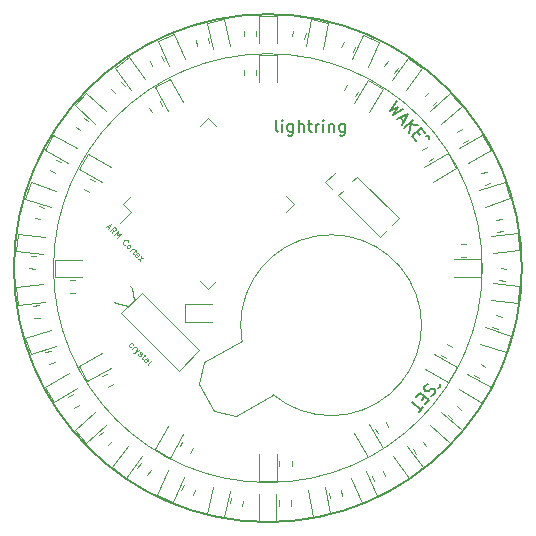
<source format=gbr>
%TF.GenerationSoftware,KiCad,Pcbnew,5.1.8-1.fc33*%
%TF.CreationDate,2020-12-06T10:48:02+01:00*%
%TF.ProjectId,lightring,6c696768-7472-4696-9e67-2e6b69636164,rev?*%
%TF.SameCoordinates,Original*%
%TF.FileFunction,Legend,Top*%
%TF.FilePolarity,Positive*%
%FSLAX46Y46*%
G04 Gerber Fmt 4.6, Leading zero omitted, Abs format (unit mm)*
G04 Created by KiCad (PCBNEW 5.1.8-1.fc33) date 2020-12-06 10:48:02*
%MOMM*%
%LPD*%
G01*
G04 APERTURE LIST*
%ADD10C,0.150000*%
%ADD11C,0.100000*%
%ADD12C,0.120000*%
%ADD13C,0.200000*%
G04 APERTURE END LIST*
D10*
X184610725Y-89841718D02*
X184597724Y-90079458D01*
X184365853Y-90133544D01*
X183525590Y-89801453D02*
X183397285Y-89880279D01*
X183244240Y-90062671D01*
X183219501Y-90166236D01*
X183225370Y-90233324D01*
X183267718Y-90331020D01*
X183340675Y-90392238D01*
X183444240Y-90416977D01*
X183511327Y-90411108D01*
X183609024Y-90368760D01*
X183767938Y-90253456D01*
X183865634Y-90211108D01*
X183932721Y-90205239D01*
X184036287Y-90229978D01*
X184109243Y-90291196D01*
X184151591Y-90388892D01*
X184157460Y-90455980D01*
X184132721Y-90559545D01*
X183979676Y-90741937D01*
X183851371Y-90820763D01*
X183247586Y-90873587D02*
X183033323Y-91128935D01*
X182540235Y-90901672D02*
X182846324Y-90536889D01*
X183612369Y-91179676D01*
X183306279Y-91544459D01*
X183122626Y-91763329D02*
X182755319Y-92201069D01*
X182172928Y-91339411D02*
X182938972Y-91982199D01*
X180904972Y-65876505D02*
X180321144Y-66722575D01*
X180979415Y-66386176D01*
X180576051Y-67005678D01*
X181478512Y-66513487D01*
X181170738Y-67239152D02*
X181489372Y-67593031D01*
X180894684Y-67359557D02*
X181860873Y-66938141D01*
X181340771Y-67854986D01*
X181563815Y-68102701D02*
X182306960Y-67433571D01*
X181946175Y-68527356D02*
X182084059Y-67826505D01*
X182689320Y-67858225D02*
X181882306Y-67815931D01*
X182622212Y-68495349D02*
X182845255Y-68743064D01*
X182551579Y-69199725D02*
X182232946Y-68845846D01*
X182976090Y-68176716D01*
X183294724Y-68530594D01*
X183415128Y-68806648D02*
X183648745Y-68852609D01*
X183670035Y-69089751D01*
D11*
X156401607Y-76419458D02*
X156569965Y-76587816D01*
X156266920Y-76486801D02*
X156738324Y-76251099D01*
X156502622Y-76722503D01*
X156822503Y-77042385D02*
X156873011Y-76756175D01*
X156620473Y-76840355D02*
X156974026Y-76486801D01*
X157108713Y-76621488D01*
X157125549Y-76671996D01*
X157125549Y-76705668D01*
X157108713Y-76756175D01*
X157058206Y-76806683D01*
X157007698Y-76823519D01*
X156974026Y-76823519D01*
X156923519Y-76806683D01*
X156788832Y-76671996D01*
X156974026Y-77193908D02*
X157327580Y-76840355D01*
X157192893Y-77210744D01*
X157563282Y-77076057D01*
X157209729Y-77429610D01*
X157883164Y-78035702D02*
X157849492Y-78035702D01*
X157782148Y-78002030D01*
X157748477Y-77968358D01*
X157714805Y-77901015D01*
X157714805Y-77833671D01*
X157731641Y-77783164D01*
X157782148Y-77698984D01*
X157832656Y-77648477D01*
X157916835Y-77597969D01*
X157967343Y-77581133D01*
X158034687Y-77581133D01*
X158102030Y-77614805D01*
X158135702Y-77648477D01*
X158169374Y-77715820D01*
X158169374Y-77749492D01*
X158051522Y-78271404D02*
X158034687Y-78220896D01*
X158034687Y-78187225D01*
X158051522Y-78136717D01*
X158152538Y-78035702D01*
X158203045Y-78018866D01*
X158236717Y-78018866D01*
X158287225Y-78035702D01*
X158337732Y-78086209D01*
X158354568Y-78136717D01*
X158354568Y-78170389D01*
X158337732Y-78220896D01*
X158236717Y-78321912D01*
X158186209Y-78338748D01*
X158152538Y-78338748D01*
X158102030Y-78321912D01*
X158051522Y-78271404D01*
X158320896Y-78540778D02*
X158556599Y-78305076D01*
X158489255Y-78372419D02*
X158539763Y-78355583D01*
X158573435Y-78355583D01*
X158623942Y-78372419D01*
X158657614Y-78406091D01*
X158724957Y-78473435D02*
X158859644Y-78608122D01*
X158893316Y-78406091D02*
X158590270Y-78709137D01*
X158573435Y-78759644D01*
X158590270Y-78810152D01*
X158623942Y-78843824D01*
X158893316Y-79079526D02*
X158842809Y-79062690D01*
X158775465Y-78995347D01*
X158758629Y-78944839D01*
X158775465Y-78894331D01*
X158910152Y-78759644D01*
X158960660Y-78742809D01*
X159011167Y-78759644D01*
X159078511Y-78826988D01*
X159095347Y-78877496D01*
X159078511Y-78928003D01*
X159044839Y-78961675D01*
X158842809Y-78826988D01*
X159011167Y-79231049D02*
X159432064Y-79180541D01*
X159246870Y-78995347D02*
X159196362Y-79416244D01*
X158400295Y-86686505D02*
X158349788Y-86669669D01*
X158282444Y-86602326D01*
X158265608Y-86551818D01*
X158265608Y-86518147D01*
X158282444Y-86467639D01*
X158383460Y-86366624D01*
X158433967Y-86349788D01*
X158467639Y-86349788D01*
X158518147Y-86366624D01*
X158585490Y-86433967D01*
X158602326Y-86484475D01*
X158534982Y-86854864D02*
X158770685Y-86619162D01*
X158703341Y-86686505D02*
X158753849Y-86669669D01*
X158787521Y-86669669D01*
X158838028Y-86686505D01*
X158871700Y-86720177D01*
X158955879Y-86804356D02*
X158804356Y-87124238D01*
X159124238Y-86972715D02*
X158804356Y-87124238D01*
X158686505Y-87174746D01*
X158652834Y-87174746D01*
X158602326Y-87157910D01*
X159023223Y-87309433D02*
X159040059Y-87359940D01*
X159107402Y-87427284D01*
X159157910Y-87444120D01*
X159208417Y-87427284D01*
X159225253Y-87410448D01*
X159242089Y-87359940D01*
X159225253Y-87309433D01*
X159174746Y-87258925D01*
X159157910Y-87208417D01*
X159174746Y-87157910D01*
X159191582Y-87141074D01*
X159242089Y-87124238D01*
X159292597Y-87141074D01*
X159343104Y-87191582D01*
X159359940Y-87242089D01*
X159494627Y-87343104D02*
X159629314Y-87477791D01*
X159662986Y-87275761D02*
X159359940Y-87578807D01*
X159343104Y-87629314D01*
X159359940Y-87679822D01*
X159393612Y-87713494D01*
X159662986Y-87982868D02*
X159848181Y-87797673D01*
X159865017Y-87747165D01*
X159848181Y-87696658D01*
X159780837Y-87629314D01*
X159730330Y-87612478D01*
X159679822Y-87966032D02*
X159629314Y-87949196D01*
X159545135Y-87865017D01*
X159528299Y-87814509D01*
X159545135Y-87764001D01*
X159578807Y-87730330D01*
X159629314Y-87713494D01*
X159679822Y-87730330D01*
X159764001Y-87814509D01*
X159814509Y-87831345D01*
X159881852Y-88201734D02*
X159865017Y-88151226D01*
X159881852Y-88100719D01*
X160184898Y-87797673D01*
D10*
X170838095Y-68452380D02*
X170742857Y-68404761D01*
X170695238Y-68309523D01*
X170695238Y-67452380D01*
X171219047Y-68452380D02*
X171219047Y-67785714D01*
X171219047Y-67452380D02*
X171171428Y-67500000D01*
X171219047Y-67547619D01*
X171266666Y-67500000D01*
X171219047Y-67452380D01*
X171219047Y-67547619D01*
X172123809Y-67785714D02*
X172123809Y-68595238D01*
X172076190Y-68690476D01*
X172028571Y-68738095D01*
X171933333Y-68785714D01*
X171790476Y-68785714D01*
X171695238Y-68738095D01*
X172123809Y-68404761D02*
X172028571Y-68452380D01*
X171838095Y-68452380D01*
X171742857Y-68404761D01*
X171695238Y-68357142D01*
X171647619Y-68261904D01*
X171647619Y-67976190D01*
X171695238Y-67880952D01*
X171742857Y-67833333D01*
X171838095Y-67785714D01*
X172028571Y-67785714D01*
X172123809Y-67833333D01*
X172600000Y-68452380D02*
X172600000Y-67452380D01*
X173028571Y-68452380D02*
X173028571Y-67928571D01*
X172980952Y-67833333D01*
X172885714Y-67785714D01*
X172742857Y-67785714D01*
X172647619Y-67833333D01*
X172600000Y-67880952D01*
X173361904Y-67785714D02*
X173742857Y-67785714D01*
X173504761Y-67452380D02*
X173504761Y-68309523D01*
X173552380Y-68404761D01*
X173647619Y-68452380D01*
X173742857Y-68452380D01*
X174076190Y-68452380D02*
X174076190Y-67785714D01*
X174076190Y-67976190D02*
X174123809Y-67880952D01*
X174171428Y-67833333D01*
X174266666Y-67785714D01*
X174361904Y-67785714D01*
X174695238Y-68452380D02*
X174695238Y-67785714D01*
X174695238Y-67452380D02*
X174647619Y-67500000D01*
X174695238Y-67547619D01*
X174742857Y-67500000D01*
X174695238Y-67452380D01*
X174695238Y-67547619D01*
X175171428Y-67785714D02*
X175171428Y-68452380D01*
X175171428Y-67880952D02*
X175219047Y-67833333D01*
X175314285Y-67785714D01*
X175457142Y-67785714D01*
X175552380Y-67833333D01*
X175600000Y-67928571D01*
X175600000Y-68452380D01*
X176504761Y-67785714D02*
X176504761Y-68595238D01*
X176457142Y-68690476D01*
X176409523Y-68738095D01*
X176314285Y-68785714D01*
X176171428Y-68785714D01*
X176076190Y-68738095D01*
X176504761Y-68404761D02*
X176409523Y-68452380D01*
X176219047Y-68452380D01*
X176123809Y-68404761D01*
X176076190Y-68357142D01*
X176028571Y-68261904D01*
X176028571Y-67976190D01*
X176076190Y-67880952D01*
X176123809Y-67833333D01*
X176219047Y-67785714D01*
X176409523Y-67785714D01*
X176504761Y-67833333D01*
D12*
X188152823Y-80000000D02*
G75*
G03*
X188152823Y-80000000I-18152823J0D01*
G01*
D13*
X191500000Y-80000000D02*
G75*
G03*
X191500000Y-80000000I-21500000J0D01*
G01*
D12*
%TO.C,BT1*%
X170442839Y-90729967D02*
X167281846Y-92554967D01*
X167281846Y-92554967D02*
X165437712Y-92060833D01*
X165437712Y-92060833D02*
X164137712Y-89809167D01*
X164137712Y-89809167D02*
X164631846Y-87965033D01*
X164631846Y-87965033D02*
X167792839Y-86140033D01*
X170447476Y-90711535D02*
G75*
G03*
X167817839Y-86183334I4905746J5876535D01*
G01*
%TO.C,D1*%
X170735000Y-60950000D02*
X170735000Y-58665000D01*
X169265000Y-58665000D02*
X169265000Y-60950000D01*
X170735000Y-58665000D02*
X169265000Y-58665000D01*
%TO.C,D2*%
X175127687Y-59250266D02*
X173689810Y-58944636D01*
X173689810Y-58944636D02*
X173214732Y-61179703D01*
X174652609Y-61485333D02*
X175127687Y-59250266D01*
%TO.C,D3*%
X178496067Y-62929788D02*
X179425460Y-60842336D01*
X178082548Y-60244434D02*
X177153155Y-62331885D01*
X179425460Y-60842336D02*
X178082548Y-60244434D01*
%TO.C,D4*%
X183067489Y-63080632D02*
X181878234Y-62216588D01*
X181878234Y-62216588D02*
X180535144Y-64065191D01*
X181724399Y-64929236D02*
X183067489Y-63080632D01*
%TO.C,D5*%
X184697295Y-67831516D02*
X186395381Y-66302552D01*
X185411759Y-65210130D02*
X183713673Y-66739093D01*
X186395381Y-66302552D02*
X185411759Y-65210130D01*
%TO.C,D6*%
X188903548Y-69994029D02*
X188168548Y-68720971D01*
X188168548Y-68720971D02*
X186189680Y-69863471D01*
X186924680Y-71136529D02*
X188903548Y-69994029D01*
%TO.C,D7*%
X188366282Y-74796240D02*
X190539446Y-74090136D01*
X190085191Y-72692083D02*
X187912027Y-73398187D01*
X190539446Y-74090136D02*
X190085191Y-72692083D01*
%TO.C,D8*%
X189031211Y-78714596D02*
X191303693Y-78475749D01*
X191150037Y-77013802D02*
X188877554Y-77252649D01*
X191303693Y-78475749D02*
X191150037Y-77013802D01*
%TO.C,D9*%
X191150037Y-82936198D02*
X191303693Y-81474251D01*
X191303693Y-81474251D02*
X189031211Y-81235404D01*
X188877554Y-82697351D02*
X191150037Y-82936198D01*
%TO.C,D10*%
X190135191Y-87107917D02*
X190589446Y-85709864D01*
X190589446Y-85709864D02*
X188416282Y-85003760D01*
X187962027Y-86401813D02*
X190135191Y-87107917D01*
%TO.C,D11*%
X188118548Y-91379029D02*
X188853548Y-90105971D01*
X188853548Y-90105971D02*
X186874680Y-88963471D01*
X186139680Y-90236529D02*
X188118548Y-91379029D01*
%TO.C,D12*%
X183713673Y-93310907D02*
X185411759Y-94839870D01*
X186395381Y-93747448D02*
X184697295Y-92218484D01*
X185411759Y-94839870D02*
X186395381Y-93747448D01*
%TO.C,D13*%
X180585144Y-95884809D02*
X181928234Y-97733412D01*
X183117489Y-96869368D02*
X181774399Y-95020764D01*
X181928234Y-97733412D02*
X183117489Y-96869368D01*
%TO.C,D14*%
X177932548Y-99855566D02*
X179275460Y-99257664D01*
X179275460Y-99257664D02*
X178346067Y-97170212D01*
X177003155Y-97768115D02*
X177932548Y-99855566D01*
%TO.C,D15*%
X173839810Y-101055364D02*
X175277687Y-100749734D01*
X175277687Y-100749734D02*
X174802609Y-98514667D01*
X173364732Y-98820297D02*
X173839810Y-101055364D01*
%TO.C,D16*%
X169215000Y-99100000D02*
X169215000Y-101385000D01*
X170685000Y-101385000D02*
X170685000Y-99100000D01*
X169215000Y-101385000D02*
X170685000Y-101385000D01*
%TO.C,D17*%
X165361121Y-98544376D02*
X164886043Y-100779443D01*
X166323920Y-101085073D02*
X166798998Y-98850006D01*
X164886043Y-100779443D02*
X166323920Y-101085073D01*
%TO.C,D18*%
X160624540Y-99207664D02*
X161967452Y-99805566D01*
X161967452Y-99805566D02*
X162896845Y-97718115D01*
X161553933Y-97120212D02*
X160624540Y-99207664D01*
%TO.C,D19*%
X158175601Y-95020764D02*
X156832511Y-96869368D01*
X158021766Y-97733412D02*
X159364856Y-95884809D01*
X156832511Y-96869368D02*
X158021766Y-97733412D01*
%TO.C,D20*%
X153654619Y-93747448D02*
X154638241Y-94839870D01*
X154638241Y-94839870D02*
X156336327Y-93310907D01*
X155352705Y-92218484D02*
X153654619Y-93747448D01*
%TO.C,D21*%
X153125320Y-88913471D02*
X151146452Y-90055971D01*
X151881452Y-91329029D02*
X153860320Y-90186529D01*
X151146452Y-90055971D02*
X151881452Y-91329029D01*
%TO.C,D22*%
X151633718Y-85203760D02*
X149460554Y-85909864D01*
X149914809Y-87307917D02*
X152087973Y-86601813D01*
X149460554Y-85909864D02*
X149914809Y-87307917D01*
%TO.C,D23*%
X148696307Y-81624251D02*
X148849963Y-83086198D01*
X148849963Y-83086198D02*
X151122446Y-82847351D01*
X150968789Y-81385404D02*
X148696307Y-81624251D01*
%TO.C,D24*%
X151109946Y-77352649D02*
X148837463Y-77113802D01*
X148683807Y-78575749D02*
X150956289Y-78814596D01*
X148837463Y-77113802D02*
X148683807Y-78575749D01*
%TO.C,D25*%
X149914809Y-72742083D02*
X149460554Y-74140136D01*
X149460554Y-74140136D02*
X151633718Y-74846240D01*
X152087973Y-73448187D02*
X149914809Y-72742083D01*
%TO.C,D26*%
X153810320Y-69863471D02*
X151831452Y-68720971D01*
X151096452Y-69994029D02*
X153075320Y-71136529D01*
X151831452Y-68720971D02*
X151096452Y-69994029D01*
%TO.C,D27*%
X154623468Y-65137070D02*
X153639846Y-66229492D01*
X153639846Y-66229492D02*
X155337932Y-67758456D01*
X156321554Y-66666033D02*
X154623468Y-65137070D01*
%TO.C,D28*%
X159564856Y-64015191D02*
X158221766Y-62166588D01*
X157032511Y-63030632D02*
X158375601Y-64879236D01*
X158221766Y-62166588D02*
X157032511Y-63030632D01*
%TO.C,D29*%
X162017452Y-60194434D02*
X160674540Y-60792336D01*
X160674540Y-60792336D02*
X161603933Y-62879788D01*
X162946845Y-62281885D02*
X162017452Y-60194434D01*
%TO.C,D30*%
X166310190Y-58944636D02*
X164872313Y-59250266D01*
X164872313Y-59250266D02*
X165347391Y-61485333D01*
X166785268Y-61179703D02*
X166310190Y-58944636D01*
%TO.C,D31*%
X170735000Y-61952500D02*
X169265000Y-61952500D01*
X169265000Y-61952500D02*
X169265000Y-64237500D01*
X170735000Y-64237500D02*
X170735000Y-61952500D01*
%TO.C,D32*%
X179735279Y-64813447D02*
X178462221Y-64078447D01*
X178462221Y-64078447D02*
X177319721Y-66057315D01*
X178592779Y-66792315D02*
X179735279Y-64813447D01*
%TO.C,D33*%
X183974680Y-72686529D02*
X185953548Y-71544029D01*
X185218548Y-70270971D02*
X183239680Y-71413471D01*
X185953548Y-71544029D02*
X185218548Y-70270971D01*
%TO.C,D34*%
X185750000Y-80735000D02*
X188035000Y-80735000D01*
X188035000Y-79265000D02*
X185750000Y-79265000D01*
X188035000Y-80735000D02*
X188035000Y-79265000D01*
%TO.C,D35*%
X185268548Y-89679029D02*
X186003548Y-88405971D01*
X186003548Y-88405971D02*
X184024680Y-87263471D01*
X183289680Y-88536529D02*
X185268548Y-89679029D01*
%TO.C,D36*%
X177313471Y-93974680D02*
X178455971Y-95953548D01*
X179729029Y-95218548D02*
X178586529Y-93239680D01*
X178455971Y-95953548D02*
X179729029Y-95218548D01*
%TO.C,D37*%
X169265000Y-98035000D02*
X170735000Y-98035000D01*
X170735000Y-98035000D02*
X170735000Y-95750000D01*
X169265000Y-95750000D02*
X169265000Y-98035000D01*
%TO.C,D38*%
X161563471Y-93339680D02*
X160420971Y-95318548D01*
X161694029Y-96053548D02*
X162836529Y-94074680D01*
X160420971Y-95318548D02*
X161694029Y-96053548D01*
%TO.C,D39*%
X153978447Y-88312221D02*
X154713447Y-89585279D01*
X154713447Y-89585279D02*
X156692315Y-88442779D01*
X155957315Y-87169721D02*
X153978447Y-88312221D01*
%TO.C,D40*%
X154250000Y-79315000D02*
X151965000Y-79315000D01*
X151965000Y-80785000D02*
X154250000Y-80785000D01*
X151965000Y-79315000D02*
X151965000Y-80785000D01*
%TO.C,D41*%
X154731452Y-70320971D02*
X153996452Y-71594029D01*
X153996452Y-71594029D02*
X155975320Y-72736529D01*
X156710320Y-71463471D02*
X154731452Y-70320971D01*
%TO.C,D42*%
X162836529Y-65925320D02*
X161694029Y-63946452D01*
X160420971Y-64681452D02*
X161563471Y-66660320D01*
X161694029Y-63946452D02*
X160420971Y-64681452D01*
%TO.C,R1*%
X167977500Y-59912742D02*
X167977500Y-60387258D01*
X169022500Y-59912742D02*
X169022500Y-60387258D01*
%TO.C,R2*%
X173188884Y-60133533D02*
X173090226Y-60597679D01*
X172166720Y-59916265D02*
X172068062Y-60380411D01*
%TO.C,R3*%
X177373829Y-61295774D02*
X177180826Y-61729266D01*
X176419174Y-60870734D02*
X176226171Y-61304226D01*
%TO.C,R4*%
X180131822Y-62468375D02*
X179852909Y-62852267D01*
X180977245Y-63082611D02*
X180698332Y-63466503D01*
%TO.C,R5*%
X184325938Y-65879537D02*
X183973304Y-66197050D01*
X183626696Y-65102950D02*
X183274062Y-65420463D01*
%TO.C,R6*%
X186429750Y-68241373D02*
X186018808Y-68478631D01*
X186952250Y-69146369D02*
X186541308Y-69383627D01*
%TO.C,R7*%
X188837107Y-72823610D02*
X188385816Y-72970244D01*
X188514184Y-71829756D02*
X188062893Y-71976390D01*
%TO.C,R8*%
X189781342Y-75855562D02*
X189309426Y-75905163D01*
X189890574Y-76894837D02*
X189418658Y-76944438D01*
%TO.C,R9*%
X190081342Y-81094438D02*
X189609426Y-81044837D01*
X190190574Y-80055163D02*
X189718658Y-80005562D01*
%TO.C,R10*%
X189787107Y-84126390D02*
X189335816Y-83979756D01*
X189464184Y-85120244D02*
X189012893Y-84973610D01*
%TO.C,R11*%
X187894221Y-89271127D02*
X187483279Y-89033869D01*
X188416721Y-88366131D02*
X188005779Y-88128873D01*
%TO.C,R12*%
X185626696Y-92747050D02*
X185274062Y-92429537D01*
X186325938Y-91970463D02*
X185973304Y-91652950D01*
%TO.C,R13*%
X183412168Y-95084828D02*
X183133255Y-94700936D01*
X182566745Y-95699064D02*
X182287832Y-95315172D01*
%TO.C,R14*%
X178969174Y-98029266D02*
X178776171Y-97595774D01*
X179923829Y-97604226D02*
X179730826Y-97170734D01*
%TO.C,R15*%
X176260411Y-99273439D02*
X176161753Y-98809293D01*
X175238247Y-99490707D02*
X175139589Y-99026561D01*
%TO.C,R16*%
X170927500Y-100112258D02*
X170927500Y-99637742D01*
X171972500Y-100112258D02*
X171972500Y-99637742D01*
%TO.C,R17*%
X167811753Y-100140707D02*
X167910411Y-99676561D01*
X166789589Y-99923439D02*
X166888247Y-99459293D01*
%TO.C,R18*%
X162676171Y-98754226D02*
X162869174Y-98320734D01*
X163630826Y-99179266D02*
X163823829Y-98745774D01*
%TO.C,R19*%
X159783255Y-97499064D02*
X160062168Y-97115172D01*
X158937832Y-96884828D02*
X159216745Y-96500936D01*
%TO.C,R20*%
X155724062Y-94170463D02*
X156076696Y-93852950D01*
X156423304Y-94947050D02*
X156775938Y-94629537D01*
%TO.C,R21*%
X153605779Y-91821127D02*
X154016721Y-91583869D01*
X153083279Y-90916131D02*
X153494221Y-90678873D01*
%TO.C,R22*%
X151162893Y-87126390D02*
X151614184Y-86979756D01*
X151485816Y-88120244D02*
X151937107Y-87973610D01*
%TO.C,R23*%
X150218658Y-84244438D02*
X150690574Y-84194837D01*
X150109426Y-83205163D02*
X150581342Y-83155562D01*
%TO.C,R24*%
X149918658Y-78955562D02*
X150390574Y-79005163D01*
X149809426Y-79994837D02*
X150281342Y-80044438D01*
%TO.C,R25*%
X150262893Y-75723610D02*
X150714184Y-75870244D01*
X150585816Y-74729756D02*
X151037107Y-74876390D01*
%TO.C,R26*%
X152091308Y-70816373D02*
X152502250Y-71053631D01*
X151568808Y-71721369D02*
X151979750Y-71958627D01*
%TO.C,R27*%
X153724062Y-68029537D02*
X154076696Y-68347050D01*
X154423304Y-67252950D02*
X154775938Y-67570463D01*
%TO.C,R28*%
X157583255Y-64200936D02*
X157862168Y-64584828D01*
X156737832Y-64815172D02*
X157016745Y-65199064D01*
%TO.C,R29*%
X160026171Y-62445774D02*
X160219174Y-62879266D01*
X160980826Y-62020734D02*
X161173829Y-62454226D01*
%TO.C,R30*%
X164911753Y-60509293D02*
X165010411Y-60973439D01*
X163889589Y-60726561D02*
X163988247Y-61190707D01*
%TO.C,R31*%
X167977500Y-63212742D02*
X167977500Y-63687258D01*
X169022500Y-63212742D02*
X169022500Y-63687258D01*
%TO.C,R32*%
X177621127Y-65055779D02*
X177383869Y-65466721D01*
X176716131Y-64533279D02*
X176478873Y-64944221D01*
%TO.C,R33*%
X183494221Y-69778873D02*
X183083279Y-70016131D01*
X184016721Y-70683869D02*
X183605779Y-70921127D01*
%TO.C,R34*%
X186787258Y-79022500D02*
X186312742Y-79022500D01*
X186787258Y-77977500D02*
X186312742Y-77977500D01*
%TO.C,R35*%
X185566721Y-86666131D02*
X185155779Y-86428873D01*
X185044221Y-87571127D02*
X184633279Y-87333869D01*
%TO.C,R36*%
X179303631Y-94002250D02*
X179066373Y-93591308D01*
X180208627Y-93479750D02*
X179971369Y-93068808D01*
%TO.C,R37*%
X172022500Y-96787258D02*
X172022500Y-96312742D01*
X170977500Y-96787258D02*
X170977500Y-96312742D01*
%TO.C,R38*%
X162528873Y-95094221D02*
X162766131Y-94683279D01*
X163433869Y-95616721D02*
X163671127Y-95205779D01*
%TO.C,R39*%
X156455779Y-90071127D02*
X156866721Y-89833869D01*
X155933279Y-89166131D02*
X156344221Y-88928873D01*
%TO.C,R40*%
X153212742Y-81027500D02*
X153687258Y-81027500D01*
X153212742Y-82072500D02*
X153687258Y-82072500D01*
%TO.C,R41*%
X154433279Y-73333869D02*
X154844221Y-73571127D01*
X154955779Y-72428873D02*
X155366721Y-72666131D01*
%TO.C,R42*%
X160833869Y-65883279D02*
X161071127Y-66294221D01*
X159928873Y-66405779D02*
X160166131Y-66816721D01*
%TO.C,U1*%
X171504880Y-75221751D02*
X172176631Y-74550000D01*
X172176631Y-74550000D02*
X171504880Y-73878249D01*
X165621751Y-81104880D02*
X164950000Y-81776631D01*
X164950000Y-81776631D02*
X164278249Y-81104880D01*
X164278249Y-67995120D02*
X164950000Y-67323369D01*
X164950000Y-67323369D02*
X165621751Y-67995120D01*
X158395120Y-73878249D02*
X157723369Y-74550000D01*
X157723369Y-74550000D02*
X158395120Y-75221751D01*
X158395120Y-75221751D02*
X157447597Y-76169275D01*
%TO.C,Y1*%
X157574802Y-83820782D02*
X162453839Y-88699819D01*
X162453839Y-88699819D02*
X164193322Y-86960336D01*
X164193322Y-86960336D02*
X159314285Y-82081299D01*
X159314285Y-82081299D02*
X157574802Y-83820782D01*
X158197056Y-83198528D02*
X157136396Y-82986396D01*
X157136396Y-82986396D02*
X156994975Y-82844975D01*
X158692031Y-82703553D02*
X158479899Y-81642893D01*
X158479899Y-81642893D02*
X158338478Y-81501472D01*
%TO.C,J1*%
X179498653Y-77368430D02*
X180066085Y-76800998D01*
X180500998Y-76366085D02*
X181068430Y-75798653D01*
X175952513Y-73822290D02*
X179498653Y-77368430D01*
X177522290Y-72252513D02*
X181068430Y-75798653D01*
X175952513Y-73822290D02*
X176338967Y-73435835D01*
X177135835Y-72638967D02*
X177522290Y-72252513D01*
X175415111Y-73284889D02*
X174877710Y-72747487D01*
X174877710Y-72747487D02*
X175662599Y-71962599D01*
%TO.C,D43*%
X163015000Y-83065000D02*
X163015000Y-84535000D01*
X163015000Y-84535000D02*
X165300000Y-84535000D01*
X165300000Y-83065000D02*
X163015000Y-83065000D01*
%TD*%
M02*

</source>
